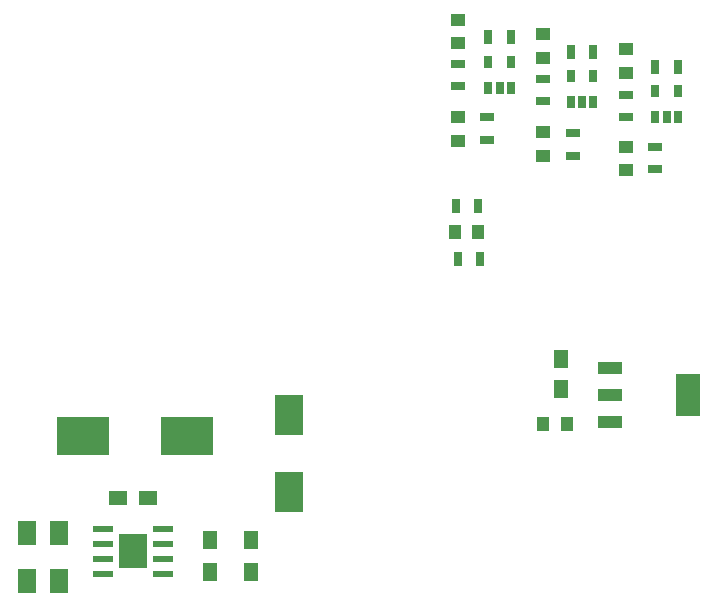
<source format=gbp>
G04 #@! TF.FileFunction,Paste,Bot*
%FSLAX46Y46*%
G04 Gerber Fmt 4.6, Leading zero omitted, Abs format (unit mm)*
G04 Created by KiCad (PCBNEW 4.0.1-stable) date 17.05.2016 13:35:17*
%MOMM*%
G01*
G04 APERTURE LIST*
%ADD10C,0.100000*%
%ADD11R,0.650000X1.060000*%
%ADD12R,1.250000X1.000000*%
%ADD13R,1.000000X1.250000*%
%ADD14R,0.700000X1.300000*%
%ADD15R,1.300000X0.700000*%
%ADD16R,2.032000X3.657600*%
%ADD17R,2.032000X1.016000*%
%ADD18R,1.600000X2.000000*%
%ADD19R,1.500000X1.250000*%
%ADD20R,4.500880X3.299460*%
%ADD21R,4.498340X3.299460*%
%ADD22R,1.300000X1.500000*%
%ADD23R,1.778000X0.533400*%
%ADD24R,2.489200X2.997200*%
%ADD25R,2.400300X3.500120*%
%ADD26R,1.250000X1.500000*%
G04 APERTURE END LIST*
D10*
G36*
X118393000Y-109603000D02*
X118393000Y-110898400D01*
X116107000Y-110898400D01*
X116107000Y-109603000D01*
X118393000Y-109603000D01*
G37*
G36*
X118393000Y-111101600D02*
X118393000Y-112397000D01*
X116107000Y-112397000D01*
X116107000Y-111101600D01*
X118393000Y-111101600D01*
G37*
D11*
X163400000Y-74250000D03*
X162450000Y-74250000D03*
X161500000Y-74250000D03*
X161500000Y-72050000D03*
X163400000Y-72050000D03*
D12*
X152000000Y-75500000D03*
X152000000Y-77500000D03*
D13*
X152000000Y-100250000D03*
X154000000Y-100250000D03*
X144500000Y-84000000D03*
X146500000Y-84000000D03*
D12*
X152000000Y-67250000D03*
X152000000Y-69250000D03*
X159000000Y-76750000D03*
X159000000Y-78750000D03*
X144750000Y-74250000D03*
X144750000Y-76250000D03*
X159000000Y-68500000D03*
X159000000Y-70500000D03*
X144750000Y-66000000D03*
X144750000Y-68000000D03*
D14*
X144600000Y-81750000D03*
X146500000Y-81750000D03*
X144750000Y-86250000D03*
X146650000Y-86250000D03*
D15*
X154500000Y-75600000D03*
X154500000Y-77500000D03*
X152000000Y-71000000D03*
X152000000Y-72900000D03*
D14*
X156250000Y-68750000D03*
X154350000Y-68750000D03*
D15*
X161500000Y-76750000D03*
X161500000Y-78650000D03*
X147250000Y-74250000D03*
X147250000Y-76150000D03*
X159000000Y-72350000D03*
X159000000Y-74250000D03*
D14*
X163400000Y-70000000D03*
X161500000Y-70000000D03*
D15*
X144750000Y-69750000D03*
X144750000Y-71650000D03*
D14*
X149250000Y-67500000D03*
X147350000Y-67500000D03*
D16*
X164250000Y-97750000D03*
D17*
X157646000Y-97750000D03*
X157646000Y-95464000D03*
X157646000Y-100036000D03*
D11*
X156250000Y-73000000D03*
X155300000Y-73000000D03*
X154350000Y-73000000D03*
X154350000Y-70800000D03*
X156250000Y-70800000D03*
X149250000Y-71750000D03*
X148300000Y-71750000D03*
X147350000Y-71750000D03*
X147350000Y-69550000D03*
X149250000Y-69550000D03*
D18*
X108250000Y-109500000D03*
X108250000Y-113500000D03*
X111000000Y-109500000D03*
X111000000Y-113500000D03*
D19*
X116000000Y-106500000D03*
X118500000Y-106500000D03*
D20*
X113000000Y-101250000D03*
D21*
X121798560Y-101250000D03*
D22*
X127250000Y-112750000D03*
X127250000Y-110050000D03*
X123750000Y-110050000D03*
X123750000Y-112750000D03*
D23*
X119815400Y-109095000D03*
X119815400Y-110365000D03*
X119815400Y-111635000D03*
X119815400Y-112905000D03*
X114684600Y-112905000D03*
X114684600Y-111635000D03*
X114684600Y-110365000D03*
X114684600Y-109095000D03*
D24*
X117250000Y-111000000D03*
D25*
X130500000Y-99500000D03*
X130500000Y-106002400D03*
D26*
X153500000Y-97250000D03*
X153500000Y-94750000D03*
M02*

</source>
